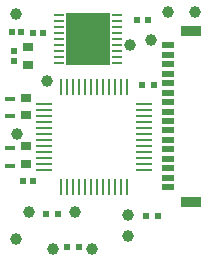
<source format=gtp>
G04*
G04 #@! TF.GenerationSoftware,Altium Limited,Altium Designer,23.3.1 (30)*
G04*
G04 Layer_Color=8421504*
%FSLAX44Y44*%
%MOMM*%
G71*
G04*
G04 #@! TF.SameCoordinates,09AA13D2-A833-43CB-9613-60E66F18C171*
G04*
G04*
G04 #@! TF.FilePolarity,Positive*
G04*
G01*
G75*
%ADD13R,1.6510X0.9398*%
%ADD14R,1.0414X0.5334*%
%ADD15R,0.5153X0.4725*%
%ADD16R,0.5500X0.5500*%
%ADD17C,1.0000*%
%ADD18R,1.4620X0.2794*%
%ADD19R,0.2794X1.4620*%
%ADD20R,3.7592X4.4450*%
%ADD21R,0.8080X0.2548*%
%ADD22R,0.9000X0.8000*%
%ADD23R,0.8500X0.4500*%
%ADD24R,0.6000X0.5500*%
%ADD25R,0.5000X0.6000*%
G36*
X92546Y221158D02*
X75750D01*
Y233975D01*
X92546D01*
Y221158D01*
D02*
G37*
G36*
X73750D02*
X56954D01*
Y233975D01*
X73750D01*
Y221158D01*
D02*
G37*
G36*
X92546Y206342D02*
X75750D01*
Y219158D01*
X92546D01*
Y206342D01*
D02*
G37*
G36*
X73750D02*
X56954D01*
Y219158D01*
X73750D01*
Y206342D01*
D02*
G37*
G36*
X92546Y191525D02*
X75750D01*
Y204342D01*
X92546D01*
Y191525D01*
D02*
G37*
G36*
X73750D02*
X56954D01*
Y204342D01*
X73750D01*
Y191525D01*
D02*
G37*
D13*
X161700Y220000D02*
D03*
Y75000D02*
D03*
D14*
X142500Y207500D02*
D03*
Y199500D02*
D03*
Y191500D02*
D03*
Y183500D02*
D03*
Y175500D02*
D03*
Y167500D02*
D03*
Y159500D02*
D03*
Y151500D02*
D03*
Y143500D02*
D03*
Y135500D02*
D03*
Y127500D02*
D03*
Y119500D02*
D03*
Y111500D02*
D03*
Y103500D02*
D03*
Y95500D02*
D03*
Y87500D02*
D03*
D15*
X10214Y218500D02*
D03*
X17786D02*
D03*
D16*
X12500Y194000D02*
D03*
Y203000D02*
D03*
D17*
X14250Y43500D02*
D03*
X15000Y132500D02*
D03*
X40000Y177250D02*
D03*
X110750Y208000D02*
D03*
X128000Y212250D02*
D03*
X14250Y234000D02*
D03*
X45500Y35250D02*
D03*
X78500D02*
D03*
X108500Y64000D02*
D03*
Y46250D02*
D03*
X165750Y235500D02*
D03*
X143000D02*
D03*
X25250Y66250D02*
D03*
X64000D02*
D03*
D18*
X122164Y157940D02*
D03*
Y152860D02*
D03*
Y147780D02*
D03*
Y142700D02*
D03*
Y137620D02*
D03*
Y132540D02*
D03*
Y127460D02*
D03*
Y122380D02*
D03*
Y117300D02*
D03*
Y112220D02*
D03*
Y107140D02*
D03*
Y102060D02*
D03*
X37836D02*
D03*
Y107140D02*
D03*
Y112220D02*
D03*
Y117300D02*
D03*
Y122380D02*
D03*
Y127460D02*
D03*
Y132540D02*
D03*
Y137620D02*
D03*
Y142700D02*
D03*
Y147780D02*
D03*
Y152860D02*
D03*
Y157940D02*
D03*
D19*
X107940Y87836D02*
D03*
X102860D02*
D03*
X97780D02*
D03*
X92700D02*
D03*
X87620D02*
D03*
X82540D02*
D03*
X77460D02*
D03*
X72380D02*
D03*
X67300D02*
D03*
X62220D02*
D03*
X57140D02*
D03*
X52060D02*
D03*
Y172164D02*
D03*
X57140D02*
D03*
X62220D02*
D03*
X67300D02*
D03*
X72380D02*
D03*
X77460D02*
D03*
X82540D02*
D03*
X87620D02*
D03*
X92700D02*
D03*
X97780D02*
D03*
X102860D02*
D03*
X107940D02*
D03*
D20*
X74750Y212750D02*
D03*
D21*
X99491Y233070D02*
D03*
Y227990D02*
D03*
Y222910D02*
D03*
Y217830D02*
D03*
Y212750D02*
D03*
Y207670D02*
D03*
Y202590D02*
D03*
Y197510D02*
D03*
Y192430D02*
D03*
X50009D02*
D03*
Y197510D02*
D03*
Y202590D02*
D03*
Y207670D02*
D03*
Y212750D02*
D03*
Y217830D02*
D03*
Y222910D02*
D03*
Y227990D02*
D03*
Y233070D02*
D03*
D22*
X22250Y163250D02*
D03*
Y148250D02*
D03*
X24000Y191000D02*
D03*
Y206000D02*
D03*
X22250Y107000D02*
D03*
Y122000D02*
D03*
D23*
X8750Y147500D02*
D03*
Y162500D02*
D03*
Y120250D02*
D03*
Y105250D02*
D03*
D24*
X28000Y218250D02*
D03*
X36500D02*
D03*
X116750Y228750D02*
D03*
X125250D02*
D03*
X28500Y93000D02*
D03*
X20000D02*
D03*
D25*
X57000Y36500D02*
D03*
X67000D02*
D03*
X124000Y63500D02*
D03*
X134000D02*
D03*
X130500Y173750D02*
D03*
X120500D02*
D03*
X39250Y64750D02*
D03*
X49250D02*
D03*
M02*

</source>
